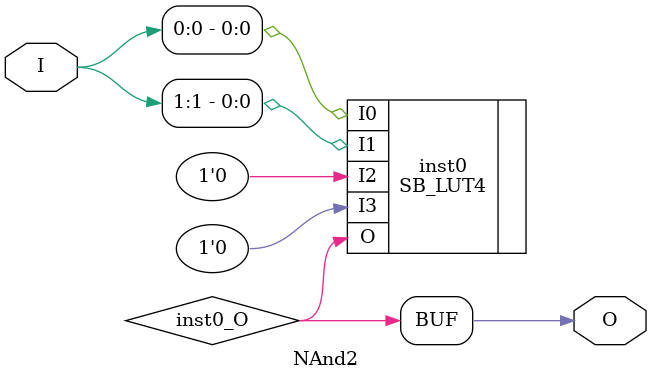
<source format=v>
module NAnd2 (input [1:0] I, output  O);
wire  inst0_O;
SB_LUT4 #(.LUT_INIT(16'h7777)) inst0 (.I0(I[0]), .I1(I[1]), .I2(1'b0), .I3(1'b0), .O(inst0_O));
assign O = inst0_O;
endmodule


</source>
